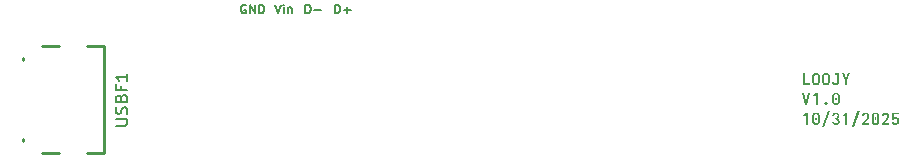
<source format=gto>
%TF.GenerationSoftware,KiCad,Pcbnew,9.0.1*%
%TF.CreationDate,2025-10-31T22:00:19-04:00*%
%TF.ProjectId,flex_usb_board,666c6578-5f75-4736-925f-626f6172642e,rev?*%
%TF.SameCoordinates,Original*%
%TF.FileFunction,Legend,Top*%
%TF.FilePolarity,Positive*%
%FSLAX46Y46*%
G04 Gerber Fmt 4.6, Leading zero omitted, Abs format (unit mm)*
G04 Created by KiCad (PCBNEW 9.0.1) date 2025-10-31 22:00:19*
%MOMM*%
%LPD*%
G01*
G04 APERTURE LIST*
%ADD10C,0.150000*%
%ADD11C,0.250000*%
%ADD12R,1.000000X0.800000*%
%ADD13R,1.000000X0.700000*%
%ADD14O,1.800000X1.000000*%
%ADD15C,2.250000*%
%ADD16O,1.200000X2.500000*%
G04 APERTURE END LIST*
D10*
X118970112Y-93186128D02*
X118898684Y-93150414D01*
X118898684Y-93150414D02*
X118791541Y-93150414D01*
X118791541Y-93150414D02*
X118684398Y-93186128D01*
X118684398Y-93186128D02*
X118612969Y-93257557D01*
X118612969Y-93257557D02*
X118577255Y-93328985D01*
X118577255Y-93328985D02*
X118541541Y-93471842D01*
X118541541Y-93471842D02*
X118541541Y-93578985D01*
X118541541Y-93578985D02*
X118577255Y-93721842D01*
X118577255Y-93721842D02*
X118612969Y-93793271D01*
X118612969Y-93793271D02*
X118684398Y-93864700D01*
X118684398Y-93864700D02*
X118791541Y-93900414D01*
X118791541Y-93900414D02*
X118862969Y-93900414D01*
X118862969Y-93900414D02*
X118970112Y-93864700D01*
X118970112Y-93864700D02*
X119005826Y-93828985D01*
X119005826Y-93828985D02*
X119005826Y-93578985D01*
X119005826Y-93578985D02*
X118862969Y-93578985D01*
X119327255Y-93900414D02*
X119327255Y-93150414D01*
X119327255Y-93150414D02*
X119755826Y-93900414D01*
X119755826Y-93900414D02*
X119755826Y-93150414D01*
X120112969Y-93900414D02*
X120112969Y-93150414D01*
X120112969Y-93150414D02*
X120291540Y-93150414D01*
X120291540Y-93150414D02*
X120398683Y-93186128D01*
X120398683Y-93186128D02*
X120470112Y-93257557D01*
X120470112Y-93257557D02*
X120505826Y-93328985D01*
X120505826Y-93328985D02*
X120541540Y-93471842D01*
X120541540Y-93471842D02*
X120541540Y-93578985D01*
X120541540Y-93578985D02*
X120505826Y-93721842D01*
X120505826Y-93721842D02*
X120470112Y-93793271D01*
X120470112Y-93793271D02*
X120398683Y-93864700D01*
X120398683Y-93864700D02*
X120291540Y-93900414D01*
X120291540Y-93900414D02*
X120112969Y-93900414D01*
X121420112Y-93150414D02*
X121670112Y-93900414D01*
X121670112Y-93900414D02*
X121920112Y-93150414D01*
X122170112Y-93900414D02*
X122170112Y-93400414D01*
X122170112Y-93150414D02*
X122134398Y-93186128D01*
X122134398Y-93186128D02*
X122170112Y-93221842D01*
X122170112Y-93221842D02*
X122205826Y-93186128D01*
X122205826Y-93186128D02*
X122170112Y-93150414D01*
X122170112Y-93150414D02*
X122170112Y-93221842D01*
X122527255Y-93400414D02*
X122527255Y-93900414D01*
X122527255Y-93471842D02*
X122562969Y-93436128D01*
X122562969Y-93436128D02*
X122634398Y-93400414D01*
X122634398Y-93400414D02*
X122741541Y-93400414D01*
X122741541Y-93400414D02*
X122812969Y-93436128D01*
X122812969Y-93436128D02*
X122848684Y-93507557D01*
X122848684Y-93507557D02*
X122848684Y-93900414D01*
D11*
G36*
X166170664Y-99970000D02*
G01*
X166170664Y-98941737D01*
X166335772Y-98941737D01*
X166335772Y-99828705D01*
X166734499Y-99828705D01*
X166734499Y-99970000D01*
X166170664Y-99970000D01*
G37*
G36*
X167342847Y-98937524D02*
G01*
X167383942Y-98947498D01*
X167423325Y-98963414D01*
X167459850Y-98985076D01*
X167492568Y-99012384D01*
X167520462Y-99044327D01*
X167542210Y-99079551D01*
X167558291Y-99117720D01*
X167568832Y-99158564D01*
X167576526Y-99242522D01*
X167576526Y-99669214D01*
X167568832Y-99753173D01*
X167558291Y-99794017D01*
X167542210Y-99832185D01*
X167520469Y-99867369D01*
X167492568Y-99899352D01*
X167459850Y-99926660D01*
X167423325Y-99948323D01*
X167383941Y-99964224D01*
X167342847Y-99974152D01*
X167258949Y-99981174D01*
X167174991Y-99974152D01*
X167133940Y-99964228D01*
X167094513Y-99948323D01*
X167057988Y-99926660D01*
X167025270Y-99899352D01*
X166997369Y-99867369D01*
X166975628Y-99832185D01*
X166959593Y-99794020D01*
X166949066Y-99753173D01*
X166941372Y-99669214D01*
X166941372Y-99242522D01*
X167107824Y-99242522D01*
X167107824Y-99669214D01*
X167115518Y-99733572D01*
X167126394Y-99764089D01*
X167143483Y-99790969D01*
X167166471Y-99812725D01*
X167195263Y-99828033D01*
X167227112Y-99836950D01*
X167258949Y-99839879D01*
X167290778Y-99836949D01*
X167322575Y-99828033D01*
X167351406Y-99812719D01*
X167374354Y-99790969D01*
X167391443Y-99764089D01*
X167402320Y-99733572D01*
X167410013Y-99669214D01*
X167410013Y-99242522D01*
X167402320Y-99178164D01*
X167391441Y-99147658D01*
X167374354Y-99120828D01*
X167351401Y-99099030D01*
X167322575Y-99083703D01*
X167290776Y-99074742D01*
X167258949Y-99071796D01*
X167227114Y-99074740D01*
X167195263Y-99083703D01*
X167166476Y-99099023D01*
X167143483Y-99120828D01*
X167126396Y-99147658D01*
X167115518Y-99178164D01*
X167107824Y-99242522D01*
X166941372Y-99242522D01*
X166949066Y-99158564D01*
X166959593Y-99117717D01*
X166975628Y-99079551D01*
X166997376Y-99044327D01*
X167025270Y-99012384D01*
X167057988Y-98985076D01*
X167094513Y-98963414D01*
X167133939Y-98947494D01*
X167174991Y-98937524D01*
X167258949Y-98930502D01*
X167342847Y-98937524D01*
G37*
G36*
X168182065Y-98937524D02*
G01*
X168223161Y-98947498D01*
X168262543Y-98963414D01*
X168299068Y-98985076D01*
X168331786Y-99012384D01*
X168359680Y-99044327D01*
X168381428Y-99079551D01*
X168397509Y-99117720D01*
X168408051Y-99158564D01*
X168415744Y-99242522D01*
X168415744Y-99669214D01*
X168408051Y-99753173D01*
X168397509Y-99794017D01*
X168381428Y-99832185D01*
X168359687Y-99867369D01*
X168331786Y-99899352D01*
X168299068Y-99926660D01*
X168262543Y-99948323D01*
X168223160Y-99964224D01*
X168182065Y-99974152D01*
X168098168Y-99981174D01*
X168014209Y-99974152D01*
X167973158Y-99964228D01*
X167933731Y-99948323D01*
X167897206Y-99926660D01*
X167864488Y-99899352D01*
X167836587Y-99867369D01*
X167814846Y-99832185D01*
X167798812Y-99794020D01*
X167788285Y-99753173D01*
X167780591Y-99669214D01*
X167780591Y-99242522D01*
X167947042Y-99242522D01*
X167947042Y-99669214D01*
X167954736Y-99733572D01*
X167965612Y-99764089D01*
X167982702Y-99790969D01*
X168005690Y-99812725D01*
X168034481Y-99828033D01*
X168066330Y-99836950D01*
X168098168Y-99839879D01*
X168129997Y-99836949D01*
X168161793Y-99828033D01*
X168190624Y-99812719D01*
X168213572Y-99790969D01*
X168230662Y-99764089D01*
X168241538Y-99733572D01*
X168249232Y-99669214D01*
X168249232Y-99242522D01*
X168241538Y-99178164D01*
X168230659Y-99147658D01*
X168213572Y-99120828D01*
X168190620Y-99099030D01*
X168161793Y-99083703D01*
X168129994Y-99074742D01*
X168098168Y-99071796D01*
X168066333Y-99074740D01*
X168034481Y-99083703D01*
X168005694Y-99099023D01*
X167982702Y-99120828D01*
X167965615Y-99147658D01*
X167954736Y-99178164D01*
X167947042Y-99242522D01*
X167780591Y-99242522D01*
X167788285Y-99158564D01*
X167798812Y-99117717D01*
X167814846Y-99079551D01*
X167836594Y-99044327D01*
X167864488Y-99012384D01*
X167897206Y-98985076D01*
X167933731Y-98963414D01*
X167973157Y-98947494D01*
X168014209Y-98937524D01*
X168098168Y-98930502D01*
X168182065Y-98937524D01*
G37*
G36*
X168898185Y-99981174D02*
G01*
X168822592Y-99975556D01*
X168785659Y-99967522D01*
X168750601Y-99954612D01*
X168717669Y-99936857D01*
X168686915Y-99914068D01*
X168659952Y-99886900D01*
X168637944Y-99855999D01*
X168621010Y-99822037D01*
X168609307Y-99786024D01*
X168602478Y-99748733D01*
X168600209Y-99711163D01*
X168600209Y-99705607D01*
X168765256Y-99705607D01*
X168765256Y-99708354D01*
X168767527Y-99734604D01*
X168774354Y-99760195D01*
X168785760Y-99783834D01*
X168801648Y-99804220D01*
X168821665Y-99820413D01*
X168845734Y-99831514D01*
X168871867Y-99837800D01*
X168898185Y-99839879D01*
X168938729Y-99834323D01*
X168975122Y-99816127D01*
X168990392Y-99802225D01*
X169002416Y-99786024D01*
X169019879Y-99748960D01*
X169028977Y-99709087D01*
X169031114Y-99669214D01*
X169031114Y-99083032D01*
X168832423Y-99083032D01*
X168832423Y-98941737D01*
X169197566Y-98941737D01*
X169197566Y-99669214D01*
X169190544Y-99750364D01*
X169181112Y-99790098D01*
X169166791Y-99828033D01*
X169147115Y-99863388D01*
X169121301Y-99895872D01*
X169090772Y-99923948D01*
X169056943Y-99946247D01*
X169020028Y-99962772D01*
X168980006Y-99973480D01*
X168898185Y-99981174D01*
G37*
G36*
X169694050Y-99970000D02*
G01*
X169694050Y-99547520D01*
X169432405Y-98941737D01*
X169612901Y-98941737D01*
X169776605Y-99360003D01*
X169940247Y-98941737D01*
X170120743Y-98941737D01*
X169859098Y-99547520D01*
X169859098Y-99970000D01*
X169694050Y-99970000D01*
G37*
G36*
X166324598Y-101650000D02*
G01*
X166069975Y-100621737D01*
X166242044Y-100621737D01*
X166391704Y-101307266D01*
X166405687Y-101370952D01*
X166419731Y-101433173D01*
X166433653Y-101370952D01*
X166447697Y-101307266D01*
X166597356Y-100621737D01*
X166769487Y-100621737D01*
X166514863Y-101650000D01*
X166324598Y-101650000D01*
G37*
G36*
X167218344Y-101650000D02*
G01*
X167218344Y-100793806D01*
X167075645Y-100923927D01*
X166983321Y-100838564D01*
X167218344Y-100621737D01*
X167383452Y-100621737D01*
X167383452Y-101650000D01*
X167218344Y-101650000D01*
G37*
G36*
X168098168Y-101661174D02*
G01*
X168070488Y-101659064D01*
X168043579Y-101652747D01*
X168018693Y-101641718D01*
X167997418Y-101625514D01*
X167980864Y-101604658D01*
X167970123Y-101579352D01*
X167962430Y-101525497D01*
X167970123Y-101470969D01*
X167980793Y-101446103D01*
X167997418Y-101424747D01*
X168018745Y-101407963D01*
X168043579Y-101396781D01*
X168070488Y-101390464D01*
X168098168Y-101388354D01*
X168125794Y-101390463D01*
X168152695Y-101396781D01*
X168177529Y-101407963D01*
X168198857Y-101424747D01*
X168215481Y-101446103D01*
X168226151Y-101470969D01*
X168233845Y-101525497D01*
X168226151Y-101579352D01*
X168215411Y-101604658D01*
X168198857Y-101625514D01*
X168177582Y-101641718D01*
X168152695Y-101652747D01*
X168125794Y-101659065D01*
X168098168Y-101661174D01*
G37*
G36*
X168967428Y-101029562D02*
G01*
X168980836Y-101037329D01*
X168991242Y-101047758D01*
X169003820Y-101074991D01*
X169007301Y-101105765D01*
X169007301Y-101165910D01*
X169003820Y-101196746D01*
X168991242Y-101224040D01*
X168967428Y-101242175D01*
X168937386Y-101248464D01*
X168907283Y-101242175D01*
X168883469Y-101224040D01*
X168870891Y-101196746D01*
X168867411Y-101165910D01*
X168867411Y-101105765D01*
X168870891Y-101074991D01*
X168883469Y-101047758D01*
X168893875Y-101037329D01*
X168907283Y-101029562D01*
X168937386Y-101023211D01*
X168967428Y-101029562D01*
G37*
G36*
X169020612Y-100617524D02*
G01*
X169061036Y-100627166D01*
X169099624Y-100642009D01*
X169135741Y-100662220D01*
X169168867Y-100688171D01*
X169197448Y-100719026D01*
X169219975Y-100753934D01*
X169236596Y-100792044D01*
X169247269Y-100832274D01*
X169254963Y-100915500D01*
X169254963Y-101356175D01*
X169247269Y-101439462D01*
X169236596Y-101479693D01*
X169219975Y-101517803D01*
X169197448Y-101552711D01*
X169168867Y-101583565D01*
X169135747Y-101609482D01*
X169099624Y-101629727D01*
X169061035Y-101644555D01*
X169020612Y-101654152D01*
X168937386Y-101661174D01*
X168854099Y-101654152D01*
X168813667Y-101644557D01*
X168775026Y-101629727D01*
X168738943Y-101609489D01*
X168705783Y-101583565D01*
X168677251Y-101552715D01*
X168654736Y-101517803D01*
X168638162Y-101479696D01*
X168627503Y-101439462D01*
X168619809Y-101356175D01*
X168619809Y-100915500D01*
X168786261Y-100915500D01*
X168786261Y-101356175D01*
X168788356Y-101388045D01*
X168794626Y-101419190D01*
X168806021Y-101448405D01*
X168823325Y-101474450D01*
X168846151Y-101495391D01*
X168874371Y-101509438D01*
X168905587Y-101517276D01*
X168937386Y-101519879D01*
X168969177Y-101517275D01*
X169000340Y-101509438D01*
X169028560Y-101495391D01*
X169051386Y-101474450D01*
X169068676Y-101448403D01*
X169080024Y-101419190D01*
X169086340Y-101388044D01*
X169088450Y-101356175D01*
X169088450Y-100915500D01*
X169086339Y-100883640D01*
X169080024Y-100852547D01*
X169068676Y-100823333D01*
X169051386Y-100797287D01*
X169028560Y-100776346D01*
X169000340Y-100762299D01*
X168969174Y-100754415D01*
X168937386Y-100751796D01*
X168905589Y-100754414D01*
X168874371Y-100762299D01*
X168846151Y-100776346D01*
X168823325Y-100797287D01*
X168806021Y-100823332D01*
X168794626Y-100852547D01*
X168788357Y-100883638D01*
X168786261Y-100915500D01*
X168619809Y-100915500D01*
X168627503Y-100832274D01*
X168638162Y-100792041D01*
X168654736Y-100753934D01*
X168677251Y-100719022D01*
X168705783Y-100688171D01*
X168738950Y-100662213D01*
X168775026Y-100642009D01*
X168813666Y-100627164D01*
X168854099Y-100617524D01*
X168937386Y-100610502D01*
X169020612Y-100617524D01*
G37*
G36*
X166379125Y-103330000D02*
G01*
X166379125Y-102473806D01*
X166236427Y-102603927D01*
X166144103Y-102518564D01*
X166379125Y-102301737D01*
X166544234Y-102301737D01*
X166544234Y-103330000D01*
X166379125Y-103330000D01*
G37*
G36*
X167288991Y-102709562D02*
G01*
X167302399Y-102717329D01*
X167312805Y-102727758D01*
X167325383Y-102754991D01*
X167328864Y-102785765D01*
X167328864Y-102845910D01*
X167325383Y-102876746D01*
X167312805Y-102904040D01*
X167288991Y-102922175D01*
X167258949Y-102928464D01*
X167228846Y-102922175D01*
X167205033Y-102904040D01*
X167192454Y-102876746D01*
X167188974Y-102845910D01*
X167188974Y-102785765D01*
X167192454Y-102754991D01*
X167205033Y-102727758D01*
X167215439Y-102717329D01*
X167228846Y-102709562D01*
X167258949Y-102703211D01*
X167288991Y-102709562D01*
G37*
G36*
X167342175Y-102297524D02*
G01*
X167382599Y-102307166D01*
X167421188Y-102322009D01*
X167457304Y-102342220D01*
X167490430Y-102368171D01*
X167519011Y-102399026D01*
X167541538Y-102433934D01*
X167558160Y-102472044D01*
X167568832Y-102512274D01*
X167576526Y-102595500D01*
X167576526Y-103036175D01*
X167568832Y-103119462D01*
X167558160Y-103159693D01*
X167541538Y-103197803D01*
X167519011Y-103232711D01*
X167490430Y-103263565D01*
X167457311Y-103289482D01*
X167421188Y-103309727D01*
X167382598Y-103324555D01*
X167342175Y-103334152D01*
X167258949Y-103341174D01*
X167175662Y-103334152D01*
X167135230Y-103324557D01*
X167096589Y-103309727D01*
X167060506Y-103289489D01*
X167027346Y-103263565D01*
X166998814Y-103232715D01*
X166976299Y-103197803D01*
X166959725Y-103159696D01*
X166949066Y-103119462D01*
X166941372Y-103036175D01*
X166941372Y-102595500D01*
X167107824Y-102595500D01*
X167107824Y-103036175D01*
X167109919Y-103068045D01*
X167116189Y-103099190D01*
X167127584Y-103128405D01*
X167144888Y-103154450D01*
X167167714Y-103175391D01*
X167195935Y-103189438D01*
X167227150Y-103197276D01*
X167258949Y-103199879D01*
X167290740Y-103197275D01*
X167321903Y-103189438D01*
X167350123Y-103175391D01*
X167372950Y-103154450D01*
X167390239Y-103128403D01*
X167401587Y-103099190D01*
X167407904Y-103068044D01*
X167410013Y-103036175D01*
X167410013Y-102595500D01*
X167407903Y-102563640D01*
X167401587Y-102532547D01*
X167390239Y-102503333D01*
X167372950Y-102477287D01*
X167350123Y-102456346D01*
X167321903Y-102442299D01*
X167290738Y-102434415D01*
X167258949Y-102431796D01*
X167227152Y-102434414D01*
X167195935Y-102442299D01*
X167167714Y-102456346D01*
X167144888Y-102477287D01*
X167127584Y-102503332D01*
X167116189Y-102532547D01*
X167109920Y-102563638D01*
X167107824Y-102595500D01*
X166941372Y-102595500D01*
X166949066Y-102512274D01*
X166959725Y-102472041D01*
X166976299Y-102433934D01*
X166998814Y-102399022D01*
X167027346Y-102368171D01*
X167060513Y-102342213D01*
X167096589Y-102322009D01*
X167135229Y-102307164D01*
X167175662Y-102297524D01*
X167258949Y-102290502D01*
X167342175Y-102297524D01*
G37*
G36*
X167948447Y-103530034D02*
G01*
X167776378Y-103530034D01*
X168247827Y-102178578D01*
X168419897Y-102178578D01*
X167948447Y-103530034D01*
G37*
G36*
X168941538Y-103341174D02*
G01*
X168862526Y-103335556D01*
X168823272Y-103327876D01*
X168785528Y-103316017D01*
X168749725Y-103299613D01*
X168716285Y-103278281D01*
X168686531Y-103252311D01*
X168661758Y-103222288D01*
X168642233Y-103188530D01*
X168628175Y-103150969D01*
X168619768Y-103111584D01*
X168617001Y-103072568D01*
X168617001Y-103065607D01*
X168783452Y-103065607D01*
X168783452Y-103068354D01*
X168786581Y-103097179D01*
X168796031Y-103125080D01*
X168811358Y-103149983D01*
X168831751Y-103169837D01*
X168856180Y-103184488D01*
X168883469Y-103193590D01*
X168941538Y-103199879D01*
X168972090Y-103197795D01*
X169002416Y-103191514D01*
X169030773Y-103179953D01*
X169055600Y-103162144D01*
X169075689Y-103139069D01*
X169089855Y-103111769D01*
X169098249Y-103081971D01*
X169101029Y-103051624D01*
X169098906Y-103024046D01*
X169092602Y-102997768D01*
X169082320Y-102972791D01*
X169068117Y-102949469D01*
X169050604Y-102928597D01*
X169030382Y-102911001D01*
X169007672Y-102896830D01*
X168982815Y-102886516D01*
X168930364Y-102876013D01*
X168875776Y-102873937D01*
X168875776Y-102732643D01*
X168925479Y-102730566D01*
X168973046Y-102720064D01*
X169016399Y-102696250D01*
X169035029Y-102679538D01*
X169049982Y-102660591D01*
X169070987Y-102616505D01*
X169078681Y-102567534D01*
X169076437Y-102541151D01*
X169069583Y-102514412D01*
X169057833Y-102489503D01*
X169040884Y-102468189D01*
X169019556Y-102451405D01*
X168994722Y-102440223D01*
X168967999Y-102433880D01*
X168941538Y-102431796D01*
X168889087Y-102439551D01*
X168864742Y-102449886D01*
X168843597Y-102465441D01*
X168826719Y-102485436D01*
X168814959Y-102509466D01*
X168808118Y-102535627D01*
X168805861Y-102561917D01*
X168805861Y-102566130D01*
X168639349Y-102566130D01*
X168639349Y-102556360D01*
X168641783Y-102518810D01*
X168649118Y-102481500D01*
X168661574Y-102445623D01*
X168679221Y-102412257D01*
X168701800Y-102382017D01*
X168728925Y-102355593D01*
X168759721Y-102333543D01*
X168793222Y-102316453D01*
X168828883Y-102304020D01*
X168866006Y-102296120D01*
X168941538Y-102290502D01*
X169017803Y-102296852D01*
X169055487Y-102305441D01*
X169091259Y-102318529D01*
X169124749Y-102336482D01*
X169155617Y-102359806D01*
X169182606Y-102387479D01*
X169204588Y-102418546D01*
X169221695Y-102452547D01*
X169233958Y-102489193D01*
X169241305Y-102527129D01*
X169243728Y-102564726D01*
X169241295Y-102600866D01*
X169233958Y-102636777D01*
X169221888Y-102671422D01*
X169205259Y-102703944D01*
X169184285Y-102733651D01*
X169159098Y-102759876D01*
X169130318Y-102782379D01*
X169098220Y-102801153D01*
X169134437Y-102819170D01*
X169167463Y-102842430D01*
X169196715Y-102870282D01*
X169221318Y-102901903D01*
X169240900Y-102936849D01*
X169254902Y-102974687D01*
X169263331Y-103014199D01*
X169266137Y-103054371D01*
X169263521Y-103094720D01*
X169255635Y-103134849D01*
X169242335Y-103173509D01*
X169223456Y-103209710D01*
X169199296Y-103242407D01*
X169170272Y-103270526D01*
X169137274Y-103293952D01*
X169101029Y-103312536D01*
X169062585Y-103326150D01*
X169022688Y-103334884D01*
X168941538Y-103341174D01*
G37*
G36*
X169735999Y-103330000D02*
G01*
X169735999Y-102473806D01*
X169593300Y-102603927D01*
X169500976Y-102518564D01*
X169735999Y-102301737D01*
X169901107Y-102301737D01*
X169901107Y-103330000D01*
X169735999Y-103330000D01*
G37*
G36*
X170466102Y-103530034D02*
G01*
X170294033Y-103530034D01*
X170765483Y-102178578D01*
X170937552Y-102178578D01*
X170466102Y-103530034D01*
G37*
G36*
X171148639Y-103330000D02*
G01*
X171148639Y-103188705D01*
X171488564Y-102805366D01*
X171529169Y-102757800D01*
X171566233Y-102706753D01*
X171591390Y-102649417D01*
X171598201Y-102618881D01*
X171600488Y-102587135D01*
X171592794Y-102527662D01*
X171581906Y-102499403D01*
X171564829Y-102475211D01*
X171542483Y-102455801D01*
X171515858Y-102442299D01*
X171486718Y-102434428D01*
X171456446Y-102431796D01*
X171401857Y-102438818D01*
X171376718Y-102448616D01*
X171354291Y-102464036D01*
X171335925Y-102484092D01*
X171322784Y-102508061D01*
X171314954Y-102534464D01*
X171312342Y-102561917D01*
X171312342Y-102566130D01*
X171145830Y-102566130D01*
X171145830Y-102557765D01*
X171148456Y-102518926D01*
X171156332Y-102480828D01*
X171169486Y-102444346D01*
X171187779Y-102410853D01*
X171211190Y-102380819D01*
X171239558Y-102354921D01*
X171271591Y-102333376D01*
X171305992Y-102316453D01*
X171342272Y-102303996D01*
X171379448Y-102296120D01*
X171456446Y-102290502D01*
X171537534Y-102296852D01*
X171577268Y-102305939D01*
X171615204Y-102320605D01*
X171650501Y-102340702D01*
X171682309Y-102366095D01*
X171709816Y-102396022D01*
X171732013Y-102429720D01*
X171748611Y-102466545D01*
X171759307Y-102505985D01*
X171767001Y-102587135D01*
X171764182Y-102631447D01*
X171755765Y-102674574D01*
X171741967Y-102716198D01*
X171722915Y-102755724D01*
X171699519Y-102793086D01*
X171672540Y-102828447D01*
X171614532Y-102894881D01*
X171613128Y-102897690D01*
X171355696Y-103188705D01*
X171761383Y-103188705D01*
X171761383Y-103330000D01*
X171148639Y-103330000D01*
G37*
G36*
X172324302Y-102709562D02*
G01*
X172337709Y-102717329D01*
X172348115Y-102727758D01*
X172360694Y-102754991D01*
X172364174Y-102785765D01*
X172364174Y-102845910D01*
X172360694Y-102876746D01*
X172348115Y-102904040D01*
X172324302Y-102922175D01*
X172294260Y-102928464D01*
X172264157Y-102922175D01*
X172240343Y-102904040D01*
X172227765Y-102876746D01*
X172224284Y-102845910D01*
X172224284Y-102785765D01*
X172227765Y-102754991D01*
X172240343Y-102727758D01*
X172250749Y-102717329D01*
X172264157Y-102709562D01*
X172294260Y-102703211D01*
X172324302Y-102709562D01*
G37*
G36*
X172377486Y-102297524D02*
G01*
X172417910Y-102307166D01*
X172456498Y-102322009D01*
X172492614Y-102342220D01*
X172525741Y-102368171D01*
X172554322Y-102399026D01*
X172576849Y-102433934D01*
X172593470Y-102472044D01*
X172604143Y-102512274D01*
X172611837Y-102595500D01*
X172611837Y-103036175D01*
X172604143Y-103119462D01*
X172593470Y-103159693D01*
X172576849Y-103197803D01*
X172554322Y-103232711D01*
X172525741Y-103263565D01*
X172492621Y-103289482D01*
X172456498Y-103309727D01*
X172417909Y-103324555D01*
X172377486Y-103334152D01*
X172294260Y-103341174D01*
X172210973Y-103334152D01*
X172170541Y-103324557D01*
X172131899Y-103309727D01*
X172095817Y-103289489D01*
X172062657Y-103263565D01*
X172034125Y-103232715D01*
X172011610Y-103197803D01*
X171995035Y-103159696D01*
X171984377Y-103119462D01*
X171976683Y-103036175D01*
X171976683Y-102595500D01*
X172143135Y-102595500D01*
X172143135Y-103036175D01*
X172145229Y-103068045D01*
X172151500Y-103099190D01*
X172162894Y-103128405D01*
X172180198Y-103154450D01*
X172203025Y-103175391D01*
X172231245Y-103189438D01*
X172262461Y-103197276D01*
X172294260Y-103199879D01*
X172326050Y-103197275D01*
X172357213Y-103189438D01*
X172385434Y-103175391D01*
X172408260Y-103154450D01*
X172425550Y-103128403D01*
X172436898Y-103099190D01*
X172443214Y-103068044D01*
X172445324Y-103036175D01*
X172445324Y-102595500D01*
X172443213Y-102563640D01*
X172436898Y-102532547D01*
X172425550Y-102503333D01*
X172408260Y-102477287D01*
X172385434Y-102456346D01*
X172357213Y-102442299D01*
X172326048Y-102434415D01*
X172294260Y-102431796D01*
X172262463Y-102434414D01*
X172231245Y-102442299D01*
X172203025Y-102456346D01*
X172180198Y-102477287D01*
X172162894Y-102503332D01*
X172151500Y-102532547D01*
X172145230Y-102563638D01*
X172143135Y-102595500D01*
X171976683Y-102595500D01*
X171984377Y-102512274D01*
X171995035Y-102472041D01*
X172011610Y-102433934D01*
X172034125Y-102399022D01*
X172062657Y-102368171D01*
X172095824Y-102342213D01*
X172131899Y-102322009D01*
X172170540Y-102307164D01*
X172210973Y-102297524D01*
X172294260Y-102290502D01*
X172377486Y-102297524D01*
G37*
G36*
X172827076Y-103330000D02*
G01*
X172827076Y-103188705D01*
X173167001Y-102805366D01*
X173207606Y-102757800D01*
X173244670Y-102706753D01*
X173269827Y-102649417D01*
X173276638Y-102618881D01*
X173278925Y-102587135D01*
X173271231Y-102527662D01*
X173260343Y-102499403D01*
X173243265Y-102475211D01*
X173220920Y-102455801D01*
X173194295Y-102442299D01*
X173165155Y-102434428D01*
X173134883Y-102431796D01*
X173080294Y-102438818D01*
X173055155Y-102448616D01*
X173032728Y-102464036D01*
X173014362Y-102484092D01*
X173001221Y-102508061D01*
X172993391Y-102534464D01*
X172990779Y-102561917D01*
X172990779Y-102566130D01*
X172824267Y-102566130D01*
X172824267Y-102557765D01*
X172826893Y-102518926D01*
X172834769Y-102480828D01*
X172847923Y-102444346D01*
X172866215Y-102410853D01*
X172889627Y-102380819D01*
X172917995Y-102354921D01*
X172950028Y-102333376D01*
X172984429Y-102316453D01*
X173020708Y-102303996D01*
X173057885Y-102296120D01*
X173134883Y-102290502D01*
X173215971Y-102296852D01*
X173255705Y-102305939D01*
X173293640Y-102320605D01*
X173328938Y-102340702D01*
X173360746Y-102366095D01*
X173388253Y-102396022D01*
X173410450Y-102429720D01*
X173427048Y-102466545D01*
X173437744Y-102505985D01*
X173445437Y-102587135D01*
X173442619Y-102631447D01*
X173434202Y-102674574D01*
X173420404Y-102716198D01*
X173401352Y-102755724D01*
X173377956Y-102793086D01*
X173350976Y-102828447D01*
X173292969Y-102894881D01*
X173291564Y-102897690D01*
X173034132Y-103188705D01*
X173439820Y-103188705D01*
X173439820Y-103330000D01*
X172827076Y-103330000D01*
G37*
G36*
X173975444Y-103341174D02*
G01*
X173899912Y-103335556D01*
X173862810Y-103327879D01*
X173827189Y-103316017D01*
X173793491Y-103299631D01*
X173762098Y-103278281D01*
X173734079Y-103252670D01*
X173710319Y-103223693D01*
X173691323Y-103191460D01*
X173677468Y-103155854D01*
X173668365Y-103118468D01*
X173663485Y-103080994D01*
X173829998Y-103080994D01*
X173835195Y-103106842D01*
X173845324Y-103131369D01*
X173859948Y-103153306D01*
X173878236Y-103171242D01*
X173899829Y-103184818D01*
X173924398Y-103193590D01*
X173975444Y-103199879D01*
X174022339Y-103192918D01*
X174044279Y-103183946D01*
X174063616Y-103171242D01*
X174080219Y-103155144D01*
X174093658Y-103136254D01*
X174112526Y-103093572D01*
X174121624Y-103047411D01*
X174123761Y-102999844D01*
X174121624Y-102954354D01*
X174113258Y-102909596D01*
X174095062Y-102867648D01*
X174066425Y-102831927D01*
X174048323Y-102818519D01*
X174027224Y-102808846D01*
X173982466Y-102801153D01*
X173937648Y-102804694D01*
X173895027Y-102818677D01*
X173876197Y-102831060D01*
X173860040Y-102847376D01*
X173849012Y-102866681D01*
X173845385Y-102887920D01*
X173678872Y-102887920D01*
X173678872Y-102301737D01*
X174248264Y-102301737D01*
X174248264Y-102443032D01*
X173845385Y-102443032D01*
X173845385Y-102679459D01*
X173878130Y-102670234D01*
X173912491Y-102664804D01*
X173982466Y-102661263D01*
X174025634Y-102663367D01*
X174068501Y-102669689D01*
X174109902Y-102681549D01*
X174148918Y-102700464D01*
X174184275Y-102725636D01*
X174214680Y-102756395D01*
X174240038Y-102791688D01*
X174260170Y-102830584D01*
X174274873Y-102871777D01*
X174283923Y-102913810D01*
X174290273Y-103001249D01*
X174283251Y-103088688D01*
X174273616Y-103131790D01*
X174258766Y-103172585D01*
X174238383Y-103210773D01*
X174211871Y-103246041D01*
X174180333Y-103276882D01*
X174144705Y-103302034D01*
X174105598Y-103320874D01*
X174063616Y-103332747D01*
X174019974Y-103339060D01*
X173975444Y-103341174D01*
G37*
D10*
X126527255Y-93900414D02*
X126527255Y-93150414D01*
X126527255Y-93150414D02*
X126705826Y-93150414D01*
X126705826Y-93150414D02*
X126812969Y-93186128D01*
X126812969Y-93186128D02*
X126884398Y-93257557D01*
X126884398Y-93257557D02*
X126920112Y-93328985D01*
X126920112Y-93328985D02*
X126955826Y-93471842D01*
X126955826Y-93471842D02*
X126955826Y-93578985D01*
X126955826Y-93578985D02*
X126920112Y-93721842D01*
X126920112Y-93721842D02*
X126884398Y-93793271D01*
X126884398Y-93793271D02*
X126812969Y-93864700D01*
X126812969Y-93864700D02*
X126705826Y-93900414D01*
X126705826Y-93900414D02*
X126527255Y-93900414D01*
X127277255Y-93614700D02*
X127848684Y-93614700D01*
X127562969Y-93900414D02*
X127562969Y-93328985D01*
X124027255Y-93900414D02*
X124027255Y-93150414D01*
X124027255Y-93150414D02*
X124205826Y-93150414D01*
X124205826Y-93150414D02*
X124312969Y-93186128D01*
X124312969Y-93186128D02*
X124384398Y-93257557D01*
X124384398Y-93257557D02*
X124420112Y-93328985D01*
X124420112Y-93328985D02*
X124455826Y-93471842D01*
X124455826Y-93471842D02*
X124455826Y-93578985D01*
X124455826Y-93578985D02*
X124420112Y-93721842D01*
X124420112Y-93721842D02*
X124384398Y-93793271D01*
X124384398Y-93793271D02*
X124312969Y-93864700D01*
X124312969Y-93864700D02*
X124205826Y-93900414D01*
X124205826Y-93900414D02*
X124027255Y-93900414D01*
X124777255Y-93614700D02*
X125348684Y-93614700D01*
X107954819Y-103397212D02*
X108764342Y-103397212D01*
X108764342Y-103397212D02*
X108859580Y-103349593D01*
X108859580Y-103349593D02*
X108907200Y-103301974D01*
X108907200Y-103301974D02*
X108954819Y-103206736D01*
X108954819Y-103206736D02*
X108954819Y-103016260D01*
X108954819Y-103016260D02*
X108907200Y-102921022D01*
X108907200Y-102921022D02*
X108859580Y-102873403D01*
X108859580Y-102873403D02*
X108764342Y-102825784D01*
X108764342Y-102825784D02*
X107954819Y-102825784D01*
X108907200Y-102397212D02*
X108954819Y-102254355D01*
X108954819Y-102254355D02*
X108954819Y-102016260D01*
X108954819Y-102016260D02*
X108907200Y-101921022D01*
X108907200Y-101921022D02*
X108859580Y-101873403D01*
X108859580Y-101873403D02*
X108764342Y-101825784D01*
X108764342Y-101825784D02*
X108669104Y-101825784D01*
X108669104Y-101825784D02*
X108573866Y-101873403D01*
X108573866Y-101873403D02*
X108526247Y-101921022D01*
X108526247Y-101921022D02*
X108478628Y-102016260D01*
X108478628Y-102016260D02*
X108431009Y-102206736D01*
X108431009Y-102206736D02*
X108383390Y-102301974D01*
X108383390Y-102301974D02*
X108335771Y-102349593D01*
X108335771Y-102349593D02*
X108240533Y-102397212D01*
X108240533Y-102397212D02*
X108145295Y-102397212D01*
X108145295Y-102397212D02*
X108050057Y-102349593D01*
X108050057Y-102349593D02*
X108002438Y-102301974D01*
X108002438Y-102301974D02*
X107954819Y-102206736D01*
X107954819Y-102206736D02*
X107954819Y-101968641D01*
X107954819Y-101968641D02*
X108002438Y-101825784D01*
X108431009Y-101063879D02*
X108478628Y-100921022D01*
X108478628Y-100921022D02*
X108526247Y-100873403D01*
X108526247Y-100873403D02*
X108621485Y-100825784D01*
X108621485Y-100825784D02*
X108764342Y-100825784D01*
X108764342Y-100825784D02*
X108859580Y-100873403D01*
X108859580Y-100873403D02*
X108907200Y-100921022D01*
X108907200Y-100921022D02*
X108954819Y-101016260D01*
X108954819Y-101016260D02*
X108954819Y-101397212D01*
X108954819Y-101397212D02*
X107954819Y-101397212D01*
X107954819Y-101397212D02*
X107954819Y-101063879D01*
X107954819Y-101063879D02*
X108002438Y-100968641D01*
X108002438Y-100968641D02*
X108050057Y-100921022D01*
X108050057Y-100921022D02*
X108145295Y-100873403D01*
X108145295Y-100873403D02*
X108240533Y-100873403D01*
X108240533Y-100873403D02*
X108335771Y-100921022D01*
X108335771Y-100921022D02*
X108383390Y-100968641D01*
X108383390Y-100968641D02*
X108431009Y-101063879D01*
X108431009Y-101063879D02*
X108431009Y-101397212D01*
X108431009Y-100063879D02*
X108431009Y-100397212D01*
X108954819Y-100397212D02*
X107954819Y-100397212D01*
X107954819Y-100397212D02*
X107954819Y-99921022D01*
X108954819Y-99016260D02*
X108954819Y-99587688D01*
X108954819Y-99301974D02*
X107954819Y-99301974D01*
X107954819Y-99301974D02*
X108097676Y-99397212D01*
X108097676Y-99397212D02*
X108192914Y-99492450D01*
X108192914Y-99492450D02*
X108240533Y-99587688D01*
D11*
%TO.C,USBF1*%
X107000000Y-105700500D02*
X107000000Y-96699000D01*
X107000000Y-96699000D02*
X105551000Y-96699000D01*
X105551000Y-105700500D02*
X105528500Y-105700500D01*
X105528500Y-105700500D02*
X107000000Y-105700500D01*
X103150000Y-96700000D02*
X101700000Y-96700000D01*
X101750000Y-105700000D02*
X103192500Y-105700000D01*
X101750000Y-105700000D02*
X101708000Y-105700000D01*
X100150000Y-104740500D02*
X100150000Y-104529000D01*
X100150000Y-97871000D02*
X100150000Y-97659000D01*
%TD*%
%LPC*%
D12*
%TO.C,USBF1*%
X100550000Y-103900000D03*
D13*
X100550000Y-102700000D03*
X100550000Y-100700000D03*
D12*
X100550000Y-98500000D03*
D13*
X100550000Y-99700000D03*
X100550000Y-101700000D03*
D14*
X104400000Y-96880000D03*
X100600000Y-96880000D03*
X104400000Y-105520000D03*
X100600000Y-105520000D03*
%TD*%
D15*
%TO.C,REF\u002A\u002A*%
X119450000Y-91800000D03*
X121950000Y-91800000D03*
X124450000Y-91800000D03*
X126950000Y-91800000D03*
%TD*%
D16*
%TO.C,USBM1*%
X145730000Y-101200000D03*
X137770000Y-101200000D03*
%TD*%
%LPD*%
M02*

</source>
